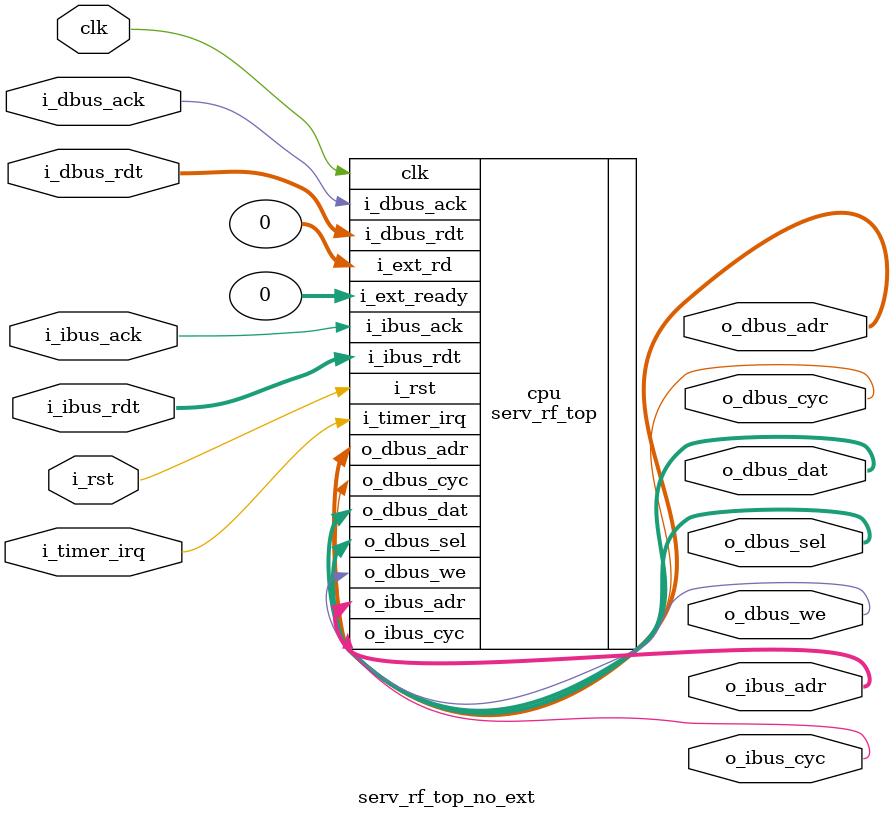
<source format=v>

module serv_rf_top_no_ext
  #(
    parameter PRE_REGISTER = 1,
    /* Amount of reset applied to design
       "NONE" : No reset at all. Relies on a POR to set correct initialization
                 values and that core isn't reset during runtime
       "MINI" : Standard setting. Resets the minimal amount of FFs needed to
                 restart execution from the instruction at RESET_PC
     */
    parameter RESET_STRATEGY = "MINI",
    parameter WITH_CSR = 1,
    parameter RF_WIDTH = 2,
	parameter RF_L2D   = $clog2((32+(WITH_CSR*4))*32/RF_WIDTH))
  (
   input wire 	      clk,
   input wire 	      i_rst,
   input wire 	      i_timer_irq,
   output wire [15:0] o_ibus_adr,  // reduced to 16-bit, i.e. max 64 kB
   output wire 	      o_ibus_cyc,
   input wire [31:0]  i_ibus_rdt,
   input wire 	      i_ibus_ack,
   output wire [15:0] o_dbus_adr,  // reduced to 16-bit, i.e. max 64 kB
   output wire [31:0] o_dbus_dat,
   output wire [3:0]  o_dbus_sel,
   output wire 	      o_dbus_we ,
   output wire 	      o_dbus_cyc,
   input wire [31:0]  i_dbus_rdt,
   input wire 	      i_dbus_ack
  );

  serv_rf_top #(
    .PRE_REGISTER(PRE_REGISTER),
    .RESET_STRATEGY(RESET_STRATEGY),
    .WITH_CSR(WITH_CSR),
    .RF_WIDTH(RF_WIDTH)
  ) cpu (
    .i_ext_rd(0),
    .i_ext_ready(0),
    .clk(clk),
    .i_rst(i_rst),
    .i_timer_irq(i_timer_irq),
    .o_ibus_adr(o_ibus_adr),
    .o_ibus_cyc(o_ibus_cyc),
    .i_ibus_rdt(i_ibus_rdt),
    .i_ibus_ack(i_ibus_ack),
    .o_dbus_adr(o_dbus_adr),
    .o_dbus_dat(o_dbus_dat),
    .o_dbus_sel(o_dbus_sel),
    .o_dbus_we(o_dbus_we),
    .o_dbus_cyc(o_dbus_cyc),
    .i_dbus_rdt(i_dbus_rdt),
    .i_dbus_ack(i_dbus_ack),
  );

endmodule

</source>
